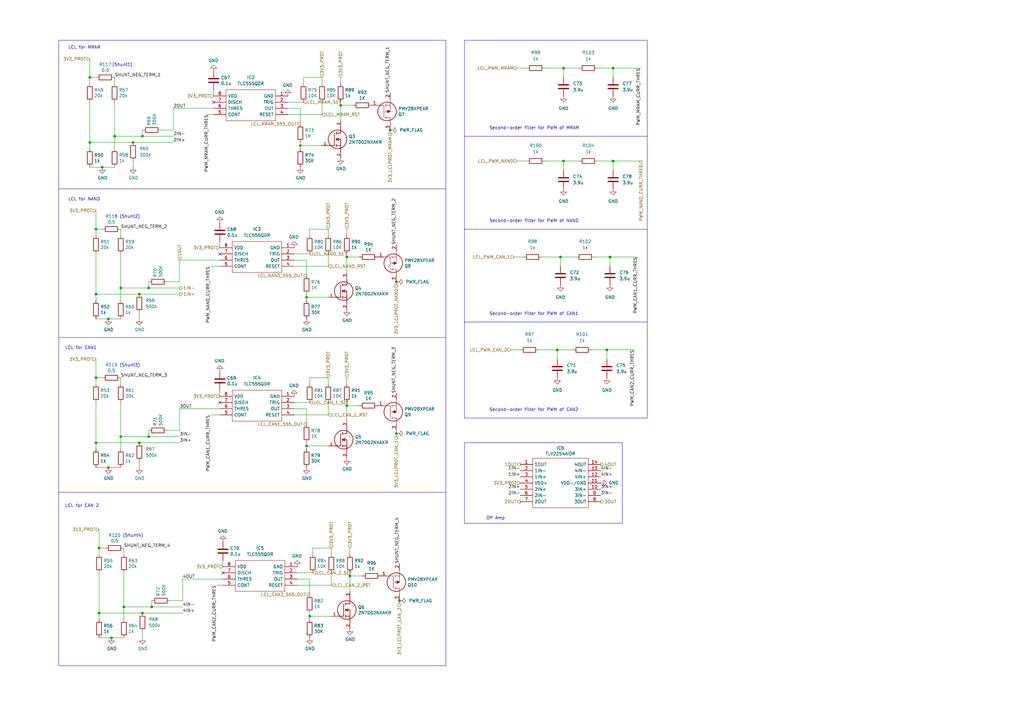
<source format=kicad_sch>
(kicad_sch (version 20230121) (generator eeschema)
  (paper "A3")
  (junction (at 162.56 177.8))
  (junction (at 39.37 154.94))
  (junction (at 123.19 59.69))
  (junction (at 60.96 118.11))
  (junction (at 57.15 181.61))
  (junction (at 39.37 181.61))
  (junction (at 143.51 236.22))
  (junction (at 251.46 66.04))
  (junction (at 250.19 105.41))
  (junction (at 44.45 130.81))
  (junction (at 39.37 93.98))
  (junction (at 228.6 143.51))
  (junction (at 248.92 143.51))
  (junction (at 58.42 55.88))
  (junction (at 139.7 43.18))
  (junction (at 54.61 58.42))
  (junction (at 231.14 27.94))
  (junction (at 40.64 251.46))
  (junction (at 60.96 179.07))
  (junction (at 142.24 105.41))
  (junction (at 125.73 121.92))
  (junction (at 162.56 115.57))
  (junction (at 40.64 224.79))
  (junction (at 229.87 105.41))
  (junction (at 231.14 66.04))
  (junction (at 58.42 251.46))
  (junction (at 142.24 166.37))
  (junction (at 49.53 118.11))
  (junction (at 50.8 248.92))
  (junction (at 125.73 182.88))
  (junction (at 46.99 55.88))
  (junction (at 160.02 53.34))
  (junction (at 163.83 246.38))
  (junction (at 36.83 58.42))
  (junction (at 39.37 120.65))
  (junction (at 36.83 31.75))
  (junction (at 127 252.73))
  (junction (at 44.45 191.77))
  (junction (at 49.53 179.07))
  (junction (at 45.72 261.62))
  (junction (at 41.91 68.58))
  (junction (at 62.23 248.92))
  (junction (at 251.46 27.94))
  (junction (at 57.15 120.65))
  (no_connect (at 87.63 41.91))
  (no_connect (at 90.17 165.1))
  (no_connect (at 90.17 104.14))
  (no_connect (at 91.44 234.95))
  (polyline (pts (xy 265.43 171.45) (xy 265.43 132.08)))
  (wire (pts (xy 162.56 177.8) (xy 162.56 176.53)))
  (wire (pts (xy 125.73 182.88) (xy 125.73 184.15)))
  (wire (pts (xy 142.24 157.48) (xy 142.24 154.94)))
  (wire (pts (xy 245.11 66.04) (xy 251.46 66.04)))
  (wire (pts (xy 36.83 41.91) (xy 36.83 58.42)))
  (wire (pts (xy 68.58 115.57) (xy 73.66 115.57)))
  (wire (pts (xy 142.24 105.41) (xy 147.32 105.41)))
  (wire (pts (xy 120.65 167.64) (xy 125.73 167.64)))
  (wire (pts (xy 124.46 31.75) (xy 132.08 31.75)))
  (wire (pts (xy 39.37 120.65) (xy 57.15 120.65)))
  (wire (pts (xy 86.36 109.22) (xy 90.17 109.22)))
  (wire (pts (xy 220.98 143.51) (xy 228.6 143.51)))
  (wire (pts (xy 88.9 240.03) (xy 91.44 240.03)))
  (wire (pts (xy 66.04 53.34) (xy 71.12 53.34)))
  (wire (pts (xy 40.64 251.46) (xy 58.42 251.46)))
  (wire (pts (xy 40.64 251.46) (xy 40.64 254)))
  (wire (pts (xy 39.37 154.94) (xy 41.91 154.94)))
  (wire (pts (xy 85.09 46.99) (xy 87.63 46.99)))
  (polyline (pts (xy 190.5 181.61) (xy 190.5 214.63)))
  (polyline (pts (xy 190.5 55.88) (xy 265.43 55.88)))
  (wire (pts (xy 90.17 160.02) (xy 90.17 162.56)))
  (wire (pts (xy 69.85 246.38) (xy 74.93 246.38)))
  (wire (pts (xy 120.65 170.18) (xy 134.62 170.18)))
  (wire (pts (xy 134.62 170.18) (xy 134.62 165.1)))
  (wire (pts (xy 228.6 143.51) (xy 228.6 147.32)))
  (wire (pts (xy 49.53 104.14) (xy 49.53 118.11)))
  (polyline (pts (xy 24.13 16.51) (xy 24.13 273.05)))
  (wire (pts (xy 120.65 165.1) (xy 127 165.1)))
  (wire (pts (xy 231.14 27.94) (xy 237.49 27.94)))
  (polyline (pts (xy 190.5 16.51) (xy 265.43 16.51)))
  (polyline (pts (xy 24.13 201.93) (xy 182.88 201.93)))
  (wire (pts (xy 36.83 24.13) (xy 36.83 31.75)))
  (wire (pts (xy 90.17 106.68) (xy 73.66 106.68)))
  (wire (pts (xy 123.19 58.42) (xy 123.19 59.69)))
  (wire (pts (xy 50.8 248.92) (xy 50.8 254)))
  (wire (pts (xy 36.83 31.75) (xy 39.37 31.75)))
  (polyline (pts (xy 265.43 55.88) (xy 265.43 16.51)))
  (wire (pts (xy 120.65 104.14) (xy 127 104.14)))
  (wire (pts (xy 60.96 118.11) (xy 73.66 118.11)))
  (wire (pts (xy 143.51 236.22) (xy 148.59 236.22)))
  (wire (pts (xy 134.62 109.22) (xy 134.62 104.14)))
  (wire (pts (xy 132.08 31.75) (xy 132.08 34.29)))
  (wire (pts (xy 127 154.94) (xy 134.62 154.94)))
  (wire (pts (xy 36.83 58.42) (xy 54.61 58.42)))
  (polyline (pts (xy 182.88 273.05) (xy 24.13 273.05)))
  (wire (pts (xy 250.19 105.41) (xy 250.19 109.22)))
  (wire (pts (xy 57.15 120.65) (xy 73.66 120.65)))
  (wire (pts (xy 223.52 66.04) (xy 231.14 66.04)))
  (polyline (pts (xy 190.5 93.98) (xy 265.43 93.98)))
  (polyline (pts (xy 24.13 138.43) (xy 182.88 138.43)))
  (wire (pts (xy 39.37 147.32) (xy 39.37 154.94)))
  (polyline (pts (xy 24.13 77.47) (xy 182.88 77.47)))
  (wire (pts (xy 60.96 179.07) (xy 73.66 179.07)))
  (wire (pts (xy 39.37 104.14) (xy 39.37 120.65)))
  (wire (pts (xy 143.51 227.33) (xy 143.51 224.79)))
  (polyline (pts (xy 265.43 93.98) (xy 265.43 55.88)))
  (polyline (pts (xy 190.5 93.98) (xy 190.5 132.08)))
  (wire (pts (xy 58.42 53.34) (xy 58.42 55.88)))
  (wire (pts (xy 223.52 27.94) (xy 231.14 27.94)))
  (wire (pts (xy 49.53 118.11) (xy 49.53 123.19)))
  (wire (pts (xy 46.99 55.88) (xy 46.99 60.96)))
  (wire (pts (xy 118.11 46.99) (xy 132.08 46.99)))
  (wire (pts (xy 132.08 46.99) (xy 132.08 41.91)))
  (wire (pts (xy 73.66 106.68) (xy 73.66 115.57)))
  (wire (pts (xy 251.46 27.94) (xy 262.89 27.94)))
  (wire (pts (xy 60.96 176.53) (xy 60.96 179.07)))
  (wire (pts (xy 62.23 246.38) (xy 62.23 248.92)))
  (wire (pts (xy 229.87 105.41) (xy 236.22 105.41)))
  (wire (pts (xy 243.84 105.41) (xy 250.19 105.41)))
  (wire (pts (xy 39.37 130.81) (xy 44.45 130.81)))
  (wire (pts (xy 139.7 49.53) (xy 139.7 43.18)))
  (wire (pts (xy 40.64 224.79) (xy 43.18 224.79)))
  (wire (pts (xy 58.42 261.62) (xy 58.42 259.08)))
  (wire (pts (xy 39.37 154.94) (xy 39.37 157.48)))
  (polyline (pts (xy 255.27 181.61) (xy 255.27 214.63)))
  (wire (pts (xy 142.24 111.76) (xy 142.24 105.41)))
  (wire (pts (xy 50.8 224.79) (xy 50.8 227.33)))
  (wire (pts (xy 39.37 86.36) (xy 39.37 93.98)))
  (wire (pts (xy 162.56 179.07) (xy 162.56 177.8)))
  (wire (pts (xy 125.73 121.92) (xy 125.73 123.19)))
  (wire (pts (xy 57.15 181.61) (xy 73.66 181.61)))
  (wire (pts (xy 90.17 167.64) (xy 73.66 167.64)))
  (polyline (pts (xy 182.88 16.51) (xy 182.88 273.05)))
  (wire (pts (xy 71.12 44.45) (xy 71.12 53.34)))
  (wire (pts (xy 127 96.52) (xy 127 93.98)))
  (polyline (pts (xy 190.5 214.63) (xy 255.27 214.63)))
  (wire (pts (xy 74.93 237.49) (xy 74.93 246.38)))
  (wire (pts (xy 142.24 172.72) (xy 142.24 166.37)))
  (wire (pts (xy 139.7 43.18) (xy 139.7 41.91)))
  (wire (pts (xy 125.73 167.64) (xy 125.73 173.99)))
  (wire (pts (xy 125.73 182.88) (xy 134.62 182.88)))
  (wire (pts (xy 251.46 27.94) (xy 251.46 31.75)))
  (wire (pts (xy 162.56 116.84) (xy 162.56 115.57)))
  (wire (pts (xy 143.51 242.57) (xy 143.51 236.22)))
  (wire (pts (xy 121.92 234.95) (xy 128.27 234.95)))
  (wire (pts (xy 49.53 179.07) (xy 60.96 179.07)))
  (wire (pts (xy 127 251.46) (xy 127 252.73)))
  (wire (pts (xy 54.61 58.42) (xy 71.12 58.42)))
  (wire (pts (xy 58.42 251.46) (xy 74.93 251.46)))
  (wire (pts (xy 40.64 234.95) (xy 40.64 251.46)))
  (wire (pts (xy 143.51 236.22) (xy 143.51 234.95)))
  (wire (pts (xy 212.09 66.04) (xy 215.9 66.04)))
  (wire (pts (xy 49.53 179.07) (xy 49.53 184.15)))
  (wire (pts (xy 49.53 154.94) (xy 49.53 157.48)))
  (wire (pts (xy 40.64 224.79) (xy 40.64 227.33)))
  (wire (pts (xy 40.64 217.17) (xy 40.64 224.79)))
  (wire (pts (xy 73.66 167.64) (xy 73.66 176.53)))
  (wire (pts (xy 163.83 247.65) (xy 163.83 246.38)))
  (wire (pts (xy 160.02 54.61) (xy 160.02 53.34)))
  (wire (pts (xy 139.7 34.29) (xy 139.7 31.75)))
  (polyline (pts (xy 182.88 16.51) (xy 24.13 16.51)))
  (wire (pts (xy 231.14 66.04) (xy 231.14 69.85)))
  (wire (pts (xy 231.14 66.04) (xy 237.49 66.04)))
  (wire (pts (xy 124.46 34.29) (xy 124.46 31.75)))
  (wire (pts (xy 91.44 237.49) (xy 74.93 237.49)))
  (wire (pts (xy 39.37 191.77) (xy 44.45 191.77)))
  (wire (pts (xy 36.83 68.58) (xy 41.91 68.58)))
  (wire (pts (xy 87.63 44.45) (xy 71.12 44.45)))
  (wire (pts (xy 54.61 68.58) (xy 54.61 66.04)))
  (wire (pts (xy 229.87 105.41) (xy 229.87 109.22)))
  (wire (pts (xy 45.72 261.62) (xy 50.8 261.62)))
  (wire (pts (xy 118.11 41.91) (xy 124.46 41.91)))
  (wire (pts (xy 222.25 105.41) (xy 229.87 105.41)))
  (wire (pts (xy 123.19 44.45) (xy 123.19 50.8)))
  (polyline (pts (xy 190.5 132.08) (xy 190.5 171.45)))
  (wire (pts (xy 120.65 109.22) (xy 134.62 109.22)))
  (wire (pts (xy 62.23 248.92) (xy 74.93 248.92)))
  (wire (pts (xy 127 252.73) (xy 135.89 252.73)))
  (wire (pts (xy 139.7 43.18) (xy 144.78 43.18)))
  (wire (pts (xy 49.53 93.98) (xy 49.53 96.52)))
  (polyline (pts (xy 190.5 132.08) (xy 265.43 132.08)))
  (wire (pts (xy 231.14 27.94) (xy 231.14 31.75)))
  (wire (pts (xy 118.11 44.45) (xy 123.19 44.45)))
  (wire (pts (xy 135.89 240.03) (xy 135.89 234.95)))
  (wire (pts (xy 39.37 93.98) (xy 39.37 96.52)))
  (wire (pts (xy 242.57 143.51) (xy 248.92 143.51)))
  (wire (pts (xy 39.37 93.98) (xy 41.91 93.98)))
  (wire (pts (xy 123.19 59.69) (xy 123.19 60.96)))
  (wire (pts (xy 210.82 105.41) (xy 214.63 105.41)))
  (polyline (pts (xy 190.5 16.51) (xy 190.5 55.88)))
  (wire (pts (xy 41.91 68.58) (xy 46.99 68.58)))
  (polyline (pts (xy 190.5 171.45) (xy 265.43 171.45)))
  (wire (pts (xy 39.37 181.61) (xy 57.15 181.61)))
  (wire (pts (xy 36.83 31.75) (xy 36.83 34.29)))
  (wire (pts (xy 44.45 191.77) (xy 49.53 191.77)))
  (wire (pts (xy 91.44 229.87) (xy 91.44 232.41)))
  (wire (pts (xy 86.36 170.18) (xy 90.17 170.18)))
  (wire (pts (xy 248.92 143.51) (xy 260.35 143.51)))
  (wire (pts (xy 125.73 106.68) (xy 125.73 113.03)))
  (wire (pts (xy 49.53 118.11) (xy 60.96 118.11)))
  (wire (pts (xy 90.17 99.06) (xy 90.17 101.6)))
  (wire (pts (xy 50.8 248.92) (xy 62.23 248.92)))
  (wire (pts (xy 50.8 234.95) (xy 50.8 248.92)))
  (wire (pts (xy 128.27 224.79) (xy 135.89 224.79)))
  (wire (pts (xy 123.19 59.69) (xy 132.08 59.69)))
  (wire (pts (xy 120.65 106.68) (xy 125.73 106.68)))
  (wire (pts (xy 87.63 36.83) (xy 87.63 39.37)))
  (wire (pts (xy 125.73 120.65) (xy 125.73 121.92)))
  (wire (pts (xy 128.27 227.33) (xy 128.27 224.79)))
  (wire (pts (xy 46.99 41.91) (xy 46.99 55.88)))
  (wire (pts (xy 127 237.49) (xy 127 243.84)))
  (wire (pts (xy 121.92 240.03) (xy 135.89 240.03)))
  (wire (pts (xy 60.96 115.57) (xy 60.96 118.11)))
  (wire (pts (xy 142.24 96.52) (xy 142.24 93.98)))
  (wire (pts (xy 46.99 31.75) (xy 46.99 34.29)))
  (wire (pts (xy 125.73 181.61) (xy 125.73 182.88)))
  (wire (pts (xy 39.37 181.61) (xy 39.37 184.15)))
  (polyline (pts (xy 190.5 55.88) (xy 190.5 93.98)))
  (wire (pts (xy 209.55 143.51) (xy 213.36 143.51)))
  (wire (pts (xy 57.15 191.77) (xy 57.15 189.23)))
  (wire (pts (xy 142.24 166.37) (xy 147.32 166.37)))
  (wire (pts (xy 127 93.98) (xy 134.62 93.98)))
  (wire (pts (xy 39.37 165.1) (xy 39.37 181.61)))
  (wire (pts (xy 142.24 166.37) (xy 142.24 165.1)))
  (wire (pts (xy 49.53 165.1) (xy 49.53 179.07)))
  (wire (pts (xy 57.15 130.81) (xy 57.15 128.27)))
  (wire (pts (xy 68.58 176.53) (xy 73.66 176.53)))
  (wire (pts (xy 40.64 261.62) (xy 45.72 261.62)))
  (wire (pts (xy 250.19 105.41) (xy 261.62 105.41)))
  (polyline (pts (xy 190.5 181.61) (xy 255.27 181.61)))
  (wire (pts (xy 127 252.73) (xy 127 254)))
  (wire (pts (xy 228.6 143.51) (xy 234.95 143.51)))
  (wire (pts (xy 135.89 224.79) (xy 135.89 227.33)))
  (wire (pts (xy 36.83 58.42) (xy 36.83 60.96)))
  (wire (pts (xy 127 157.48) (xy 127 154.94)))
  (wire (pts (xy 46.99 55.88) (xy 58.42 55.88)))
  (wire (pts (xy 212.09 27.94) (xy 215.9 27.94)))
  (wire (pts (xy 251.46 66.04) (xy 262.89 66.04)))
  (wire (pts (xy 125.73 121.92) (xy 134.62 121.92)))
  (wire (pts (xy 251.46 66.04) (xy 251.46 69.85)))
  (wire (pts (xy 142.24 105.41) (xy 142.24 104.14)))
  (wire (pts (xy 121.92 237.49) (xy 127 237.49)))
  (wire (pts (xy 44.45 130.81) (xy 49.53 130.81)))
  (wire (pts (xy 39.37 120.65) (xy 39.37 123.19)))
  (wire (pts (xy 245.11 27.94) (xy 251.46 27.94)))
  (wire (pts (xy 134.62 93.98) (xy 134.62 96.52)))
  (wire (pts (xy 134.62 154.94) (xy 134.62 157.48)))
  (polyline (pts (xy 265.43 132.08) (xy 265.43 93.98)))
  (wire (pts (xy 58.42 55.88) (xy 71.12 55.88)))
  (wire (pts (xy 248.92 143.51) (xy 248.92 147.32)))
  (text "Second-order filter for PWM of NAND\n" (at 200.66 91.44 0) (effects (font (size 1.27 1.27)) (justify left bottom)))
  (text "OP Amp" (at 199.39 213.36 0) (effects (font (size 1.27 1.27)) (justify left bottom)))
  (text "Second-order filter for PWM of MRAM\n" (at 200.66 53.34 0) (effects (font (size 1.27 1.27)) (justify left bottom)))
  (text "(Shunt3)" (at 49.022 150.622 0) (effects (font (size 1.27 1.27)) (justify left bottom)))
  (text "Second-order filter for PWM of CAN2" (at 200.66 168.91 0) (effects (font (size 1.27 1.27)) (justify left bottom)))
  (text "(Shunt4)" (at 50.292 220.472 0) (effects (font (size 1.27 1.27)) (justify left bottom)))
  (text "(Shunt1)" (at 45.974 27.432 0) (effects (font (size 1.27 1.27)) (justify left bottom)))
  (text "LCL for CAN 2" (at 26.67 208.28 0) (effects (font (size 1.27 1.27)) (justify left bottom)))
  (text "(Shunt2)" (at 49.022 89.662 0) (effects (font (size 1.27 1.27)) (justify left bottom)))
  (text "LCL for NAND" (at 27.94 82.55 0) (effects (font (size 1.27 1.27)) (justify left bottom)))
  (text "LCL for MRAM" (at 27.94 20.32 0) (effects (font (size 1.27 1.27)) (justify left bottom)))
  (text "LCL for CAN1" (at 26.67 143.51 0) (effects (font (size 1.27 1.27)) (justify left bottom)))
  (text "Second-order filter for PWM of CAN1" (at 200.66 129.54 0) (effects (font (size 1.27 1.27)) (justify left bottom)))
  (label "3OUT" (at 73.66 167.64 0))
  (label "PWM_CAN1_CURR_THRES" (at 86.36 170.18 270))
  (label "1IN-" (at 213.36 193.04 180))
  (label "3IN+" (at 246.38 200.66 0))
  (label "SHUNT_NEG_TERM_2" (at 49.53 93.98 0))
  (label "SHUNT_NEG_TERM_3" (at 162.56 161.29 90))
  (label "PWM_NAND_CURR_THRES" (at 86.36 109.22 270))
  (label "SHUNT_NEG_TERM_3" (at 49.53 154.94 0))
  (label "2OUT" (at 71.12 44.45 0))
  (label "PWM_MRAM_CURR_THRES" (at 262.89 27.94 270))
  (label "PWM_CAN1_CURR_THRES" (at 261.62 105.41 270))
  (label "PWM_CAN2_CURR_THRES" (at 260.35 143.51 270))
  (label "SHUNT_NEG_TERM_4" (at 163.83 231.14 90))
  (label "2IN+" (at 213.36 200.66 180))
  (label "2IN+" (at 71.12 58.42 0))
  (label "SHUNT_NEG_TERM_2" (at 162.56 100.33 90))
  (label "SHUNT_NEG_TERM_1" (at 160.02 38.1 90))
  (label "PWM_MRAM_CURR_THRES" (at 85.725 46.99 270))
  (label "SHUNT_NEG_TERM_4" (at 50.8 224.79 0))
  (label "2IN-" (at 71.12 55.88 0))
  (label "1IN+" (at 213.36 195.58 180))
  (label "3IN+" (at 73.66 181.61 0))
  (label "4IN+" (at 246.38 195.58 0))
  (label "PWM_CAN2_CURR_THRES" (at 88.9 240.03 270))
  (label "4OUT" (at 74.93 237.49 0))
  (label "SHUNT_NEG_TERM_1" (at 46.99 31.75 0))
  (label "4IN+" (at 74.93 251.46 0))
  (label "4IN-" (at 74.93 248.92 0))
  (label "3IN-" (at 246.38 203.2 0))
  (label "3IN-" (at 73.66 179.07 0))
  (label "4IN-" (at 246.38 193.04 0))
  (label "2IN-" (at 213.36 203.2 180))
  (hierarchical_label "3V3_LCLPROT_MRAM" (shape output) (at 160.02 54.61 270))
  (hierarchical_label "3V3_PROT" (shape input) (at 39.37 147.32 180))
  (hierarchical_label "LCL_MRAM_555_OUT" (shape output) (at 123.19 50.8 180))
  (hierarchical_label "3V3_PROT" (shape input) (at 213.36 198.12 180))
  (hierarchical_label "LCL_PWM_MRAM" (shape input) (at 212.09 27.94 180))
  (hierarchical_label "3V3_PROT" (shape input) (at 87.63 39.37 180))
  (hierarchical_label "LCL_PWM_NAND" (shape input) (at 212.09 66.04 180))
  (hierarchical_label "1IN+" (shape output) (at 73.66 120.65 0))
  (hierarchical_label "3V3_LCLPROT_CAN_2" (shape output) (at 163.83 247.65 270))
  (hierarchical_label "3V3_PROT" (shape input) (at 134.62 93.98 90))
  (hierarchical_label "4OUT" (shape output) (at 246.38 190.5 0))
  (hierarchical_label "LCL_PWM_CAN_2" (shape input) (at 209.55 143.51 180))
  (hierarchical_label "1IN-" (shape output) (at 73.66 118.11 0))
  (hierarchical_label "PWM_NAND_CURR_THRES" (shape output) (at 262.89 66.04 270))
  (hierarchical_label "LCL_NAND_RST" (shape input) (at 134.62 109.22 0))
  (hierarchical_label "3V3_PROT" (shape input) (at 90.17 162.56 180))
  (hierarchical_label "LCL_CAN1_555_OUT" (shape output) (at 125.73 173.99 180))
  (hierarchical_label "3V3_LCLPROT_NAND" (shape output) (at 162.56 116.84 270))
  (hierarchical_label "LCL_CAN_1_RST" (shape input) (at 134.62 170.18 0))
  (hierarchical_label "LCL_PWM_CAN_1" (shape input) (at 210.82 105.41 180))
  (hierarchical_label "3V3_PROT" (shape input) (at 39.37 86.36 180))
  (hierarchical_label "LCL_NAND_SET" (shape input) (at 127 104.14 0))
  (hierarchical_label "LCL_CAN_2_SET" (shape input) (at 128.27 234.95 0))
  (hierarchical_label "1OUT" (shape input) (at 73.66 106.68 90))
  (hierarchical_label "LCL_MRAM_RST" (shape input) (at 132.08 46.99 0))
  (hierarchical_label "3V3_PROT" (shape input) (at 91.44 232.41 180))
  (hierarchical_label "3V3_LCLPROT_CAN_1" (shape output) (at 162.56 179.07 270))
  (hierarchical_label "3V3_PROT" (shape input) (at 142.24 93.98 90))
  (hierarchical_label "3V3_PROT" (shape input) (at 36.83 24.13 180))
  (hierarchical_label "LCL_CAN2_555_OUT" (shape output) (at 127 243.84 180))
  (hierarchical_label "LCL_CAN_2_RST" (shape input) (at 135.89 240.03 0))
  (hierarchical_label "3V3_PROT" (shape input) (at 134.62 154.94 90))
  (hierarchical_label "3V3_PROT" (shape input) (at 143.51 224.79 90))
  (hierarchical_label "3V3_PROT" (shape input) (at 142.24 154.94 90))
  (hierarchical_label "3V3_PROT" (shape input) (at 90.17 101.6 180))
  (hierarchical_label "LCL_MRAM_SET" (shape input) (at 124.46 41.91 0))
  (hierarchical_label "2OUT" (shape output) (at 213.36 205.74 180))
  (hierarchical_label "LCL_NAND_555_OUT" (shape output) (at 125.73 113.03 180))
  (hierarchical_label "3V3_PROT" (shape input) (at 132.08 31.75 90))
  (hierarchical_label "3OUT" (shape output) (at 246.38 205.74 0))
  (hierarchical_label "1OUT" (shape output) (at 213.36 190.5 180))
  (hierarchical_label "LCL_CAN_1_SET" (shape input) (at 127 165.1 0))
  (hierarchical_label "3V3_PROT" (shape input) (at 135.89 224.79 90))
  (hierarchical_label "3V3_PROT" (shape input) (at 139.7 31.75 90))
  (hierarchical_label "3V3_PROT" (shape input) (at 40.64 217.17 180))
  (symbol (lib_id "Device:R") (at 151.13 166.37 270) (unit 1)
    (property "Reference" "R95" (at 151.13 161.1122 90))
    (property "Value" "1K" (at 151.13 163.4236 90))
    (property "Footprint" "Resistor_SMD:R_0603_1608Metric" (effects hide))
  )
  (symbol (lib_id "Device:R") (at 125.73 187.96 0) (unit 1)
    (property "Reference" "R79" (at 127.508 186.7916 0) (effects (justify left)))
    (property "Value" "30K" (at 127.508 189.103 0) (effects (justify left)))
    (property "Footprint" "Resistor_SMD:R_0603_1608Metric" (effects hide))
  )
  (symbol (lib_id "power:PWR_FLAG") (at 162.56 115.57 270) (unit 1)
    (property "Reference" "#FLG0116" (effects hide))
    (property "Value" "PWR_FLAG" (at 166.37 115.5699 90) (effects (justify left)))
  )
  (symbol (lib_id "Device:R") (at 241.3 66.04 270) (unit 1)
    (property "Reference" "R104" (at 241.3 59.69 90))
    (property "Value" "1k" (at 241.3 62.23 90))
    (property "Footprint" "Resistor_SMD:R_0603_1608Metric" (effects hide))
  )
  (symbol (lib_id "Device:R") (at 39.37 161.29 0) (unit 1)
    (property "Reference" "R53" (at 41.148 160.1216 0) (effects (justify left)))
    (property "Value" "20k" (at 41.148 162.433 0) (effects (justify left)))
    (property "Footprint" "Resistor_SMD:R_0603_1608Metric" (effects hide))
  )
  (symbol (lib_id "MISC:2N7002NXAKR") (at 134.62 121.92 0) (unit 1)
    (property "Reference" "Q4" (at 145.542 118.2116 0) (effects (justify left)))
    (property "Value" "2N7002NXAKR" (at 145.542 120.523 0) (effects (justify left)))
    (property "Footprint" "MISC:2N7002NXAKR" (effects hide))
    (property "MANUFACTURER_NAME" "Nexperia" (effects hide))
    (property "HEIGHT" "1.1mm" (effects hide))
    (property "DESCRIPTION" "NEXPERIA - 2N7002NXAKR - MOSFET Transistor, Trench, N Channel, 190 mA, 60 V, 3 ohm, 10 V, 1.6 V" (effects hide))
    (property "MANUFACTURER_PART_NUMBER" "2N7002NXAKR" (effects hide))
    (property "MOUSER_PART_NUMBER" "771-2N7002NXAKR" (effects hide))
    (property "MOUSER_PRICE-STOCK" "https://www.mouser.co.uk/ProductDetail/Nexperia/2N7002NXAKR?qs=%252B6g0mu59x7JoAsZYPFXqhw%3D%3D" (effects hide))
  )
  (symbol (lib_id "Device:C") (at 231.14 35.56 0) (unit 1)
    (property "Reference" "C73" (at 234.95 34.2899 0) (effects (justify left)))
    (property "Value" "3.9u" (at 234.95 36.8299 0) (effects (justify left)))
    (property "Footprint" "Capacitor_SMD:C_0603_1608Metric" (effects hide))
  )
  (symbol (lib_id "power:GND") (at 45.72 261.62 0) (unit 1)
    (property "Reference" "#PWR0197" (effects hide))
    (property "Value" "GND" (at 45.847 266.0142 0))
  )
  (symbol (lib_id "power:GND") (at 231.14 39.37 0) (unit 1)
    (property "Reference" "#PWR0205" (effects hide))
    (property "Value" "GND" (at 231.14 44.45 0))
  )
  (symbol (lib_id "power:GND") (at 118.11 39.37 180) (unit 1)
    (property "Reference" "#PWR0216" (effects hide))
    (property "Value" "GND" (at 117.983 34.9758 0))
  )
  (symbol (lib_id "power:GND") (at 127 261.62 0) (unit 1)
    (property "Reference" "#PWR0202" (effects hide))
    (property "Value" "GND" (at 127.127 266.0142 0))
  )
  (symbol (lib_id "Device:R") (at 135.89 231.14 0) (unit 1)
    (property "Reference" "R88" (at 137.668 229.9716 0) (effects (justify left)))
    (property "Value" "10K" (at 137.668 232.283 0) (effects (justify left)))
    (property "Footprint" "Resistor_SMD:R_0603_1608Metric" (effects hide))
  )
  (symbol (lib_id "Device:R") (at 124.46 38.1 0) (unit 1)
    (property "Reference" "R75" (at 126.238 36.9316 0) (effects (justify left)))
    (property "Value" "10K" (at 126.238 39.243 0) (effects (justify left)))
    (property "Footprint" "Resistor_SMD:R_0603_1608Metric" (effects hide))
  )
  (symbol (lib_id "Device:R") (at 128.27 231.14 0) (unit 1)
    (property "Reference" "R84" (at 130.048 229.9716 0) (effects (justify left)))
    (property "Value" "10K" (at 130.048 232.283 0) (effects (justify left)))
    (property "Footprint" "Resistor_SMD:R_0603_1608Metric" (effects hide))
  )
  (symbol (lib_id "power:GND") (at 125.73 191.77 0) (unit 1)
    (property "Reference" "#PWR0200" (effects hide))
    (property "Value" "GND" (at 125.857 196.1642 0))
  )
  (symbol (lib_id "Device:R") (at 218.44 105.41 270) (unit 1)
    (property "Reference" "R98" (at 218.44 99.06 90))
    (property "Value" "1k" (at 218.44 101.6 90))
    (property "Footprint" "Resistor_SMD:R_0603_1608Metric" (effects hide))
  )
  (symbol (lib_id "power:PWR_FLAG") (at 163.83 246.38 270) (unit 1)
    (property "Reference" "#FLG0114" (effects hide))
    (property "Value" "PWR_FLAG" (at 167.64 246.3799 90) (effects (justify left)))
  )
  (symbol (lib_id "Device:R") (at 46.99 224.79 270) (unit 1)
    (property "Reference" "R120" (at 46.99 219.5322 90))
    (property "Value" "0.5" (at 46.99 221.8436 90))
    (property "Footprint" "Resistor_SMD:R_0603_1608Metric" (effects hide))
  )
  (symbol (lib_id "Device:R") (at 39.37 127 180) (unit 1)
    (property "Reference" "R52" (at 41.148 125.8316 0) (effects (justify right)))
    (property "Value" "1k" (at 41.148 128.143 0) (effects (justify right)))
    (property "Footprint" "Resistor_SMD:R_0603_1608Metric" (effects hide))
  )
  (symbol (lib_id "power:GND") (at 91.44 222.25 180) (unit 1)
    (property "Reference" "#PWR0204" (effects hide))
    (property "Value" "GND" (at 91.313 217.8558 0))
  )
  (symbol (lib_id "Device:R") (at 36.83 64.77 180) (unit 1)
    (property "Reference" "R50" (at 38.608 63.6016 0) (effects (justify right)))
    (property "Value" "1k" (at 38.608 65.913 0) (effects (justify right)))
    (property "Footprint" "Resistor_SMD:R_0603_1608Metric" (effects hide))
  )
  (symbol (lib_id "Device:C") (at 90.17 95.25 0) (unit 1)
    (property "Reference" "C68" (at 93.091 94.0816 0) (effects (justify left)))
    (property "Value" "0.1u" (at 93.091 96.393 0) (effects (justify left)))
    (property "Footprint" "Capacitor_SMD:C_0603_1608Metric" (effects hide))
  )
  (symbol (lib_id "Device:R") (at 152.4 236.22 270) (unit 1)
    (property "Reference" "R96" (at 152.4 230.9622 90))
    (property "Value" "1K" (at 152.4 233.2736 90))
    (property "Footprint" "Resistor_SMD:R_0603_1608Metric" (effects hide))
  )
  (symbol (lib_id "MISC:2N7002NXAKR") (at 135.89 252.73 0) (unit 1)
    (property "Reference" "Q6" (at 146.812 249.0216 0) (effects (justify left)))
    (property "Value" "2N7002NXAKR" (at 146.812 251.333 0) (effects (justify left)))
    (property "Footprint" "MISC:2N7002NXAKR" (effects hide))
    (property "MANUFACTURER_NAME" "Nexperia" (effects hide))
    (property "HEIGHT" "1.1mm" (effects hide))
    (property "DESCRIPTION" "NEXPERIA - 2N7002NXAKR - MOSFET Transistor, Trench, N Channel, 190 mA, 60 V, 3 ohm, 10 V, 1.6 V" (effects hide))
    (property "MANUFACTURER_PART_NUMBER" "2N7002NXAKR" (effects hide))
    (property "MOUSER_PART_NUMBER" "771-2N7002NXAKR" (effects hide))
    (property "MOUSER_PRICE-STOCK" "https://www.mouser.co.uk/ProductDetail/Nexperia/2N7002NXAKR?qs=%252B6g0mu59x7JoAsZYPFXqhw%3D%3D" (effects hide))
  )
  (symbol (lib_id "power:GND") (at 142.24 127 0) (unit 1)
    (property "Reference" "#PWR0215" (effects hide))
    (property "Value" "GND" (at 142.367 131.3942 0))
  )
  (symbol (lib_id "power:GND") (at 44.45 191.77 0) (unit 1)
    (property "Reference" "#PWR0194" (effects hide))
    (property "Value" "GND" (at 44.577 196.1642 0))
  )
  (symbol (lib_id "MISC:2N7002NXAKR") (at 134.62 182.88 0) (unit 1)
    (property "Reference" "Q5" (at 145.542 179.1716 0) (effects (justify left)))
    (property "Value" "2N7002NXAKR" (at 145.542 181.483 0) (effects (justify left)))
    (property "Footprint" "MISC:2N7002NXAKR" (effects hide))
    (property "MANUFACTURER_NAME" "Nexperia" (effects hide))
    (property "HEIGHT" "1.1mm" (effects hide))
    (property "DESCRIPTION" "NEXPERIA - 2N7002NXAKR - MOSFET Transistor, Trench, N Channel, 190 mA, 60 V, 3 ohm, 10 V, 1.6 V" (effects hide))
    (property "MANUFACTURER_PART_NUMBER" "2N7002NXAKR" (effects hide))
    (property "MOUSER_PART_NUMBER" "771-2N7002NXAKR" (effects hide))
    (property "MOUSER_PRICE-STOCK" "https://www.mouser.co.uk/ProductDetail/Nexperia/2N7002NXAKR?qs=%252B6g0mu59x7JoAsZYPFXqhw%3D%3D" (effects hide))
  )
  (symbol (lib_id "power:GND") (at 228.6 154.94 0) (unit 1)
    (property "Reference" "#PWR0209" (effects hide))
    (property "Value" "GND" (at 228.6 160.02 0))
  )
  (symbol (lib_id "Device:R") (at 134.62 100.33 0) (unit 1)
    (property "Reference" "R86" (at 136.398 99.1616 0) (effects (justify left)))
    (property "Value" "10K" (at 136.398 101.473 0) (effects (justify left)))
    (property "Footprint" "Resistor_SMD:R_0603_1608Metric" (effects hide))
  )
  (symbol (lib_id "Device:R") (at 49.53 100.33 180) (unit 1)
    (property "Reference" "R59" (at 51.308 99.1616 0) (effects (justify right)))
    (property "Value" "20k" (at 51.308 101.473 0) (effects (justify right)))
    (property "Footprint" "Resistor_SMD:R_0603_1608Metric" (effects hide))
  )
  (symbol (lib_id "Device:R") (at 134.62 161.29 0) (unit 1)
    (property "Reference" "R87" (at 136.398 160.1216 0) (effects (justify left)))
    (property "Value" "10K" (at 136.398 162.433 0) (effects (justify left)))
    (property "Footprint" "Resistor_SMD:R_0603_1608Metric" (effects hide))
  )
  (symbol (lib_id "Device:C") (at 87.63 33.02 0) (unit 1)
    (property "Reference" "C67" (at 90.551 31.8516 0) (effects (justify left)))
    (property "Value" "0.1u" (at 90.551 34.163 0) (effects (justify left)))
    (property "Footprint" "Capacitor_SMD:C_0603_1608Metric" (effects hide))
  )
  (symbol (lib_id "Device:R") (at 127 257.81 0) (unit 1)
    (property "Reference" "R83" (at 128.778 256.6416 0) (effects (justify left)))
    (property "Value" "30K" (at 128.778 258.953 0) (effects (justify left)))
    (property "Footprint" "Resistor_SMD:R_0603_1608Metric" (effects hide))
  )
  (symbol (lib_id "Device:R") (at 64.77 176.53 270) (unit 1)
    (property "Reference" "R71" (at 63.6016 174.752 0) (effects (justify right)))
    (property "Value" "500K" (at 65.913 174.752 0) (effects (justify right)))
    (property "Footprint" "Resistor_SMD:R_0603_1608Metric" (effects hide))
  )
  (symbol (lib_id "Device:R") (at 238.76 143.51 270) (unit 1)
    (property "Reference" "R101" (at 238.76 137.16 90))
    (property "Value" "1k" (at 238.76 139.7 90))
    (property "Footprint" "Resistor_SMD:R_0603_1608Metric" (effects hide))
  )
  (symbol (lib_id "Device:R") (at 57.15 185.42 0) (unit 1)
    (property "Reference" "R67" (at 59.69 184.1499 0) (effects (justify left)))
    (property "Value" "500k" (at 59.69 186.6899 0) (effects (justify left)))
    (property "Footprint" "Resistor_SMD:R_0603_1608Metric" (effects hide))
  )
  (symbol (lib_id "Device:R") (at 49.53 127 180) (unit 1)
    (property "Reference" "R60" (at 51.308 125.8316 0) (effects (justify right)))
    (property "Value" "1k" (at 51.308 128.143 0) (effects (justify right)))
    (property "Footprint" "Resistor_SMD:R_0603_1608Metric" (effects hide))
  )
  (symbol (lib_id "Device:R") (at 132.08 38.1 0) (unit 1)
    (property "Reference" "R85" (at 133.858 36.9316 0) (effects (justify left)))
    (property "Value" "10K" (at 133.858 39.243 0) (effects (justify left)))
    (property "Footprint" "Resistor_SMD:R_0603_1608Metric" (effects hide))
  )
  (symbol (lib_id "Device:R") (at 62.23 53.34 270) (unit 1)
    (property "Reference" "R69" (at 61.0616 51.562 0) (effects (justify right)))
    (property "Value" "300K" (at 63.373 51.562 0) (effects (justify right)))
    (property "Footprint" "Resistor_SMD:R_0603_1608Metric" (effects hide))
  )
  (symbol (lib_id "Device:R") (at 142.24 100.33 0) (unit 1)
    (property "Reference" "R90" (at 144.018 99.1616 0) (effects (justify left)))
    (property "Value" "1k" (at 144.018 101.473 0) (effects (justify left)))
    (property "Footprint" "Resistor_SMD:R_0603_1608Metric" (effects hide))
  )
  (symbol (lib_id "power:GND") (at 57.15 191.77 0) (unit 1)
    (property "Reference" "#PWR0195" (effects hide))
    (property "Value" "GND" (at 57.277 196.1642 0))
  )
  (symbol (lib_id "power:GND") (at 120.65 162.56 180) (unit 1)
    (property "Reference" "#PWR0203" (effects hide))
    (property "Value" "GND" (at 120.523 158.1658 0))
  )
  (symbol (lib_id "Device:C") (at 251.46 73.66 0) (unit 1)
    (property "Reference" "C78" (at 255.27 72.3899 0) (effects (justify left)))
    (property "Value" "3.9u" (at 255.27 74.9299 0) (effects (justify left)))
    (property "Footprint" "Capacitor_SMD:C_0603_1608Metric" (effects hide))
  )
  (symbol (lib_id "power:GND") (at 54.61 68.58 0) (unit 1)
    (property "Reference" "#PWR0224" (effects hide))
    (property "Value" "GND" (at 54.737 72.9742 0))
  )
  (symbol (lib_id "Device:R") (at 125.73 116.84 0) (unit 1)
    (property "Reference" "R76" (at 127.508 115.6716 0) (effects (justify left)))
    (property "Value" "1K" (at 127.508 117.983 0) (effects (justify left)))
    (property "Footprint" "Resistor_SMD:R_0603_1608Metric" (effects hide))
  )
  (symbol (lib_id "Device:C") (at 91.44 226.06 0) (unit 1)
    (property "Reference" "C70" (at 94.361 224.8916 0) (effects (justify left)))
    (property "Value" "0.1u" (at 94.361 227.203 0) (effects (justify left)))
    (property "Footprint" "Capacitor_SMD:C_0603_1608Metric" (effects hide))
  )
  (symbol (lib_id "power:GND") (at 250.19 116.84 0) (unit 1)
    (property "Reference" "#PWR0207" (effects hide))
    (property "Value" "GND" (at 250.19 121.92 0))
  )
  (symbol (lib_id "MISC:TLC555QDR") (at 121.92 232.41 0) (mirror y) (unit 1)
    (property "Reference" "IC5" (at 106.68 224.79 0))
    (property "Value" "TLC555QDR" (at 106.68 227.33 0))
    (property "Footprint" "MISC:TLC555QDR" (effects hide))
    (property "Datasheet" "http://www.ti.com/lit/gpn/tlc555" (effects hide))
    (property "Description" "2.1-MHz, 250-A, Low-Power Timer" (effects hide))
    (property "Height" "1.75" (effects hide))
    (property "Manufacturer_Name" "Texas Instruments" (effects hide))
    (property "Manufacturer_Part_Number" "TLC555QDR" (effects hide))
    (property "Mouser Part Number" "595-TLC555QDR" (effects hide))
    (property "Mouser Price/Stock" "https://www.mouser.co.uk/ProductDetail/Texas-Instruments/TLC555QDR?qs=gb35HGp1gQKZxmqNHx5p0Q%3D%3D" (effects hide))
    (property "Arrow Part Number" "TLC555QDR" (effects hide))
    (property "Arrow Price/Stock" "https://www.arrow.com/en/products/tlc555qdr/texas-instruments?region=nac" (effects hide))
  )
  (symbol (lib_id "Device:R") (at 40.64 231.14 0) (unit 1)
    (property "Reference" "R55" (at 42.418 229.9716 0) (effects (justify left)))
    (property "Value" "20k" (at 42.418 232.283 0) (effects (justify left)))
    (property "Footprint" "Resistor_SMD:R_0603_1608Metric" (effects hide))
  )
  (symbol (lib_id "MISC:TLC555QDR") (at 120.65 162.56 0) (mirror y) (unit 1)
    (property "Reference" "IC4" (at 105.41 154.94 0))
    (property "Value" "TLC555QDR" (at 105.41 157.48 0))
    (property "Footprint" "MISC:TLC555QDR" (effects hide))
    (property "Datasheet" "http://www.ti.com/lit/gpn/tlc555" (effects hide))
    (property "Description" "2.1-MHz, 250-A, Low-Power Timer" (effects hide))
    (property "Height" "1.75" (effects hide))
    (property "Manufacturer_Name" "Texas Instruments" (effects hide))
    (property "Manufacturer_Part_Number" "TLC555QDR" (effects hide))
    (property "Mouser Part Number" "595-TLC555QDR" (effects hide))
    (property "Mouser Price/Stock" "https://www.mouser.co.uk/ProductDetail/Texas-Instruments/TLC555QDR?qs=gb35HGp1gQKZxmqNHx5p0Q%3D%3D" (effects hide))
    (property "Arrow Part Number" "TLC555QDR" (effects hide))
    (property "Arrow Price/Stock" "https://www.arrow.com/en/products/tlc555qdr/texas-instruments?region=nac" (effects hide))
  )
  (symbol (lib_id "Device:R") (at 123.19 64.77 0) (unit 1)
    (property "Reference" "R74" (at 124.968 63.6016 0) (effects (justify left)))
    (property "Value" "30K" (at 124.968 65.913 0) (effects (justify left)))
    (property "Footprint" "Resistor_SMD:R_0603_1608Metric" (effects hide))
  )
  (symbol (lib_id "power:GND") (at 229.87 116.84 0) (unit 1)
    (property "Reference" "#PWR0208" (effects hide))
    (property "Value" "GND" (at 229.87 121.92 0))
  )
  (symbol (lib_id "Device:R") (at 64.77 115.57 270) (unit 1)
    (property "Reference" "R70" (at 63.6016 113.792 0) (effects (justify right)))
    (property "Value" "500K" (at 65.913 113.792 0) (effects (justify right)))
    (property "Footprint" "Resistor_SMD:R_0603_1608Metric" (effects hide))
  )
  (symbol (lib_id "power:GND") (at 251.46 39.37 0) (unit 1)
    (property "Reference" "#PWR0206" (effects hide))
    (property "Value" "GND" (at 251.46 44.45 0))
  )
  (symbol (lib_id "Device:C") (at 90.17 156.21 0) (unit 1)
    (property "Reference" "C69" (at 93.091 155.0416 0) (effects (justify left)))
    (property "Value" "0.1u" (at 93.091 157.353 0) (effects (justify left)))
    (property "Footprint" "Capacitor_SMD:C_0603_1608Metric" (effects hide))
  )
  (symbol (lib_id "power:GND") (at 246.38 198.12 90) (unit 1)
    (property "Reference" "#PWR0213" (effects hide))
    (property "Value" "GND" (at 249.6312 197.993 90) (effects (justify right)))
  )
  (symbol (lib_id "Device:R") (at 125.73 127 0) (unit 1)
    (property "Reference" "R77" (at 127.508 125.8316 0) (effects (justify left)))
    (property "Value" "30K" (at 127.508 128.143 0) (effects (justify left)))
    (property "Footprint" "Resistor_SMD:R_0603_1608Metric" (effects hide))
  )
  (symbol (lib_id "power:GND") (at 251.46 77.47 0) (unit 1)
    (property "Reference" "#PWR0212" (effects hide))
    (property "Value" "GND" (at 251.46 82.55 0))
  )
  (symbol (lib_id "Device:R") (at 127 100.33 0) (unit 1)
    (property "Reference" "R80" (at 128.778 99.1616 0) (effects (justify left)))
    (property "Value" "10K" (at 128.778 101.473 0) (effects (justify left)))
    (property "Footprint" "Resistor_SMD:R_0603_1608Metric" (effects hide))
  )
  (symbol (lib_id "Device:R") (at 49.53 187.96 180) (unit 1)
    (property "Reference" "R62" (at 51.308 186.7916 0) (effects (justify right)))
    (property "Value" "1k" (at 51.308 189.103 0) (effects (justify right)))
    (property "Footprint" "Resistor_SMD:R_0603_1608Metric" (effects hide))
  )
  (symbol (lib_id "MISC:TLV2254AIDR") (at 213.36 190.5 0) (unit 1)
    (property "Reference" "IC6" (at 229.87 183.769 0))
    (property "Value" "TLV2254AIDR" (at 229.87 186.0804 0))
    (property "Footprint" "MISC:TVL2254AIDR" (effects hide))
    (property "Datasheet" "http://www.ti.com/lit/gpn/TLV2254A" (effects hide))
    (property "Description" "Quad Low-Voltage Rail-To-Rail Operational Amplifier" (effects hide))
    (property "Height" "1.75" (effects hide))
    (property "Manufacturer_Name" "Texas Instruments" (effects hide))
    (property "Manufacturer_Part_Number" "TLV2254AIDR" (effects hide))
    (property "Mouser Part Number" "595-TLV2254AIDR" (effects hide))
    (property "Mouser Price/Stock" "https://www.mouser.co.uk/ProductDetail/Texas-Instruments/TLV2254AIDR?qs=Fg5TsMy7H4tEDlpHSjkW%252BQ%3D%3D" (effects hide))
    (property "Arrow Part Number" "TLV2254AIDR" (effects hide))
    (property "Arrow Price/Stock" "https://www.arrow.com/en/products/tlv2254aidr/texas-instruments" (effects hide))
  )
  (symbol (lib_id "power:PWR_FLAG") (at 162.56 177.8 270) (unit 1)
    (property "Reference" "#FLG0113" (effects hide))
    (property "Value" "PWR_FLAG" (at 166.37 177.7999 90) (effects (justify left)))
  )
  (symbol (lib_id "Device:R") (at 240.03 105.41 270) (unit 1)
    (property "Reference" "R102" (at 240.03 99.06 90))
    (property "Value" "1k" (at 240.03 101.6 90))
    (property "Footprint" "Resistor_SMD:R_0603_1608Metric" (effects hide))
  )
  (symbol (lib_id "power:PWR_FLAG") (at 160.02 53.34 270) (unit 1)
    (property "Reference" "#FLG0115" (effects hide))
    (property "Value" "PWR_FLAG" (at 163.83 53.3399 90) (effects (justify left)))
  )
  (symbol (lib_id "power:GND") (at 231.14 77.47 0) (unit 1)
    (property "Reference" "#PWR0211" (effects hide))
    (property "Value" "GND" (at 231.14 82.55 0))
  )
  (symbol (lib_id "Device:R") (at 139.7 38.1 0) (unit 1)
    (property "Reference" "R89" (at 141.478 36.9316 0) (effects (justify left)))
    (property "Value" "1k" (at 141.478 39.243 0) (effects (justify left)))
    (property "Footprint" "Resistor_SMD:R_0603_1608Metric" (effects hide))
  )
  (symbol (lib_id "Device:R") (at 39.37 187.96 180) (unit 1)
    (property "Reference" "R54" (at 41.148 186.7916 0) (effects (justify right)))
    (property "Value" "1k" (at 41.148 189.103 0) (effects (justify right)))
    (property "Footprint" "Resistor_SMD:R_0603_1608Metric" (effects hide))
  )
  (symbol (lib_id "Device:R") (at 40.64 257.81 180) (unit 1)
    (property "Reference" "R56" (at 42.418 256.6416 0) (effects (justify right)))
    (property "Value" "1k" (at 42.418 258.953 0) (effects (justify right)))
    (property "Footprint" "Resistor_SMD:R_0603_1608Metric" (effects hide))
  )
  (symbol (lib_id "Device:R") (at 36.83 38.1 0) (unit 1)
    (property "Reference" "R49" (at 38.608 36.9316 0) (effects (justify left)))
    (property "Value" "20k" (at 38.608 39.243 0) (effects (justify left)))
    (property "Footprint" "Resistor_SMD:R_0603_1608Metric" (effects hide))
  )
  (symbol (lib_id "power:GND") (at 90.17 152.4 180) (unit 1)
    (property "Reference" "#PWR0222" (effects hide))
    (property "Value" "GND" (at 90.043 148.0058 0))
  )
  (symbol (lib_id "power:GND") (at 121.92 232.41 180) (unit 1)
    (property "Reference" "#PWR0199" (effects hide))
    (property "Value" "GND" (at 121.793 228.0158 0))
  )
  (symbol (lib_id "Device:R") (at 58.42 255.27 0) (unit 1)
    (property "Reference" "R68" (at 60.96 253.9999 0) (effects (justify left)))
    (property "Value" "500k" (at 60.96 256.5399 0) (effects (justify left)))
    (property "Footprint" "Resistor_SMD:R_0603_1608Metric" (effects hide))
  )
  (symbol (lib_id "MISC:PMV28XPEAR") (at 154.94 166.37 0) (mirror x) (unit 1)
    (property "Reference" "Q9" (at 165.862 170.0784 0) (effects (justify left)))
    (property "Value" "PMV28XPEAR" (at 165.862 167.767 0) (effects (justify left)))
    (property "Footprint" "MISC:PMV28XPEAR" (effects hide))
    (property "Datasheet" "https://componentsearchengine.com/Datasheets/2/PMV28XPEAR.pdf" (effects hide))
    (property "Description" "MOSFET MOS DISCRETES" (effects hide))
    (property "Height" "1.1" (effects hide))
    (property "Manufacturer_Name" "Nexperia" (effects hide))
    (property "Manufacturer_Part_Number" "PMV28XPEAR" (effects hide))
    (property "Mouser Part Number" "771-PMV28XPEAR" (effects hide))
    (property "Mouser Price/Stock" "https://www.mouser.co.uk/ProductDetail/Nexperia/PMV28XPEAR?qs=W%2FMpXkg%252BdQ6VcRCVGMTksA%3D%3D" (effects hide))
  )
  (symbol (lib_id "Device:R") (at 46.99 64.77 180) (unit 1)
    (property "Reference" "R58" (at 48.768 63.6016 0) (effects (justify right)))
    (property "Value" "1k" (at 48.768 65.913 0) (effects (justify right)))
    (property "Footprint" "Resistor_SMD:R_0603_1608Metric" (effects hide))
  )
  (symbol (lib_id "power:GND") (at 123.19 68.58 0) (unit 1)
    (property "Reference" "#PWR0218" (effects hide))
    (property "Value" "GND" (at 123.317 72.9742 0))
  )
  (symbol (lib_id "Device:R") (at 219.71 66.04 270) (unit 1)
    (property "Reference" "R100" (at 219.71 59.69 90))
    (property "Value" "1k" (at 219.71 62.23 90))
    (property "Footprint" "Resistor_SMD:R_0603_1608Metric" (effects hide))
  )
  (symbol (lib_id "MISC:PMV28XPEAR") (at 154.94 105.41 0) (mirror x) (unit 1)
    (property "Reference" "Q8" (at 165.862 109.1184 0) (effects (justify left)))
    (property "Value" "PMV28XPEAR" (at 165.862 106.807 0) (effects (justify left)))
    (property "Footprint" "MISC:PMV28XPEAR" (effects hide))
    (property "Datasheet" "https://componentsearchengine.com/Datasheets/2/PMV28XPEAR.pdf" (effects hide))
    (property "Description" "MOSFET MOS DISCRETES" (effects hide))
    (property "Height" "1.1" (effects hide))
    (property "Manufacturer_Name" "Nexperia" (effects hide))
    (property "Manufacturer_Part_Number" "PMV28XPEAR" (effects hide))
    (property "Mouser Part Number" "771-PMV28XPEAR" (effects hide))
    (property "Mouser Price/Stock" "https://www.mouser.co.uk/ProductDetail/Nexperia/PMV28XPEAR?qs=W%2FMpXkg%252BdQ6VcRCVGMTksA%3D%3D" (effects hide))
  )
  (symbol (lib_id "Device:R") (at 57.15 124.46 0) (unit 1)
    (property "Reference" "R66" (at 59.69 123.1899 0) (effects (justify left)))
    (property "Value" "500k" (at 59.69 125.7299 0) (effects (justify left)))
    (property "Footprint" "Resistor_SMD:R_0603_1608Metric" (effects hide))
  )
  (symbol (lib_id "power:GND") (at 44.45 130.81 0) (unit 1)
    (property "Reference" "#PWR0226" (effects hide))
    (property "Value" "GND" (at 44.577 135.2042 0))
  )
  (symbol (lib_id "power:GND") (at 248.92 154.94 0) (unit 1)
    (property "Reference" "#PWR0210" (effects hide))
    (property "Value" "GND" (at 248.92 160.02 0))
  )
  (symbol (lib_id "MISC:PMV28XPEAR") (at 152.4 43.18 0) (mirror x) (unit 1)
    (property "Reference" "Q7" (at 163.322 46.8884 0) (effects (justify left)))
    (property "Value" "PMV28XPEAR" (at 163.322 44.577 0) (effects (justify left)))
    (property "Footprint" "MISC:PMV28XPEAR" (effects hide))
    (property "Datasheet" "https://componentsearchengine.com/Datasheets/2/PMV28XPEAR.pdf" (effects hide))
    (property "Description" "MOSFET MOS DISCRETES" (effects hide))
    (property "Height" "1.1" (effects hide))
    (property "Manufacturer_Name" "Nexperia" (effects hide))
    (property "Manufacturer_Part_Number" "PMV28XPEAR" (effects hide))
    (property "Mouser Part Number" "771-PMV28XPEAR" (effects hide))
    (property "Mouser Price/Stock" "https://www.mouser.co.uk/ProductDetail/Nexperia/PMV28XPEAR?qs=W%2FMpXkg%252BdQ6VcRCVGMTksA%3D%3D" (effects hide))
  )
  (symbol (lib_id "Device:R") (at 45.72 154.94 270) (unit 1)
    (property "Reference" "R119" (at 45.72 149.6822 90))
    (property "Value" "0.5" (at 45.72 151.9936 90))
    (property "Footprint" "Resistor_SMD:R_0603_1608Metric" (effects hide))
  )
  (symbol (lib_id "power:GND") (at 58.42 261.62 0) (unit 1)
    (property "Reference" "#PWR0196" (effects hide))
    (property "Value" "GND" (at 58.547 266.0142 0))
  )
  (symbol (lib_id "Device:R") (at 45.72 93.98 270) (unit 1)
    (property "Reference" "R118" (at 45.72 88.7222 90))
    (property "Value" "0.5" (at 45.72 91.0336 90))
    (property "Footprint" "Resistor_SMD:R_0603_1608Metric" (effects hide))
  )
  (symbol (lib_id "MISC:PMV28XPEAR") (at 156.21 236.22 0) (mirror x) (unit 1)
    (property "Reference" "Q10" (at 167.132 239.9284 0) (effects (justify left)))
    (property "Value" "PMV28XPEAR" (at 167.132 237.617 0) (effects (justify left)))
    (property "Footprint" "MISC:PMV28XPEAR" (effects hide))
    (property "Datasheet" "https://componentsearchengine.com/Datasheets/2/PMV28XPEAR.pdf" (effects hide))
    (property "Description" "MOSFET MOS DISCRETES" (effects hide))
    (property "Height" "1.1" (effects hide))
    (property "Manufacturer_Name" "Nexperia" (effects hide))
    (property "Manufacturer_Part_Number" "PMV28XPEAR" (effects hide))
    (property "Mouser Part Number" "771-PMV28XPEAR" (effects hide))
    (property "Mouser Price/Stock" "https://www.mouser.co.uk/ProductDetail/Nexperia/PMV28XPEAR?qs=W%2FMpXkg%252BdQ6VcRCVGMTksA%3D%3D" (effects hide))
  )
  (symbol (lib_id "Device:R") (at 46.99 38.1 180) (unit 1)
    (property "Reference" "R57" (at 48.768 36.9316 0) (effects (justify right)))
    (property "Value" "20k" (at 48.768 39.243 0) (effects (justify right)))
    (property "Footprint" "Resistor_SMD:R_0603_1608Metric" (effects hide))
  )
  (symbol (lib_id "power:GND") (at 142.24 187.96 0) (unit 1)
    (property "Reference" "#PWR0198" (effects hide))
    (property "Value" "GND" (at 142.367 192.3542 0))
  )
  (symbol (lib_id "Device:C") (at 229.87 113.03 0) (unit 1)
    (property "Reference" "C72" (at 233.68 111.7599 0) (effects (justify left)))
    (property "Value" "3.9u" (at 233.68 114.2999 0) (effects (justify left)))
    (property "Footprint" "Capacitor_SMD:C_0603_1608Metric" (effects hide))
  )
  (symbol (lib_id "Device:C") (at 231.14 73.66 0) (unit 1)
    (property "Reference" "C74" (at 234.95 72.3899 0) (effects (justify left)))
    (property "Value" "3.9u" (at 234.95 74.9299 0) (effects (justify left)))
    (property "Footprint" "Capacitor_SMD:C_0603_1608Metric" (effects hide))
  )
  (symbol (lib_id "Device:R") (at 241.3 27.94 270) (unit 1)
    (property "Reference" "R103" (at 241.3 21.59 90))
    (property "Value" "1k" (at 241.3 24.13 90))
    (property "Footprint" "Resistor_SMD:R_0603_1608Metric" (effects hide))
  )
  (symbol (lib_id "Device:C") (at 250.19 113.03 0) (unit 1)
    (property "Reference" "C76" (at 254 111.7599 0) (effects (justify left)))
    (property "Value" "3.9u" (at 254 114.2999 0) (effects (justify left)))
    (property "Footprint" "Capacitor_SMD:C_0603_1608Metric" (effects hide))
  )
  (symbol (lib_id "power:GND") (at 120.65 101.6 180) (unit 1)
    (property "Reference" "#PWR0217" (effects hide))
    (property "Value" "GND" (at 120.523 97.2058 0))
  )
  (symbol (lib_id "Device:C") (at 251.46 35.56 0) (unit 1)
    (property "Reference" "C77" (at 255.27 34.2899 0) (effects (justify left)))
    (property "Value" "3.9u" (at 255.27 36.8299 0) (effects (justify left)))
    (property "Footprint" "Capacitor_SMD:C_0603_1608Metric" (effects hide))
  )
  (symbol (lib_id "MISC:2N7002NXAKR") (at 132.08 59.69 0) (unit 1)
    (property "Reference" "Q3" (at 143.002 55.9816 0) (effects (justify left)))
    (property "Value" "2N7002NXAKR" (at 143.002 58.293 0) (effects (justify left)))
    (property "Footprint" "MISC:2N7002NXAKR" (effects hide))
    (property "MANUFACTURER_NAME" "Nexperia" (effects hide))
    (property "HEIGHT" "1.1mm" (effects hide))
    (property "DESCRIPTION" "NEXPERIA - 2N7002NXAKR - MOSFET Transistor, Trench, N Channel, 190 mA, 60 V, 3 ohm, 10 V, 1.6 V" (effects hide))
    (property "MANUFACTURER_PART_NUMBER" "2N7002NXAKR" (effects hide))
    (property "MOUSER_PART_NUMBER" "771-2N7002NXAKR" (effects hide))
    (property "MOUSER_PRICE-STOCK" "https://www.mouser.co.uk/ProductDetail/Nexperia/2N7002NXAKR?qs=%252B6g0mu59x7JoAsZYPFXqhw%3D%3D" (effects hide))
  )
  (symbol (lib_id "power:GND") (at 57.15 130.81 0) (unit 1)
    (property "Reference" "#PWR0225" (effects hide))
    (property "Value" "GND" (at 57.277 135.2042 0))
  )
  (symbol (lib_id "Device:R") (at 142.24 161.29 0) (unit 1)
    (property "Reference" "R91" (at 144.018 160.1216 0) (effects (justify left)))
    (property "Value" "1k" (at 144.018 162.433 0) (effects (justify left)))
    (property "Footprint" "Resistor_SMD:R_0603_1608Metric" (effects hide))
  )
  (symbol (lib_id "power:GND") (at 143.51 257.81 0) (unit 1)
    (property "Reference" "#PWR0201" (effects hide))
    (property "Value" "GND" (at 143.637 262.2042 0))
  )
  (symbol (lib_id "Device:R") (at 43.18 31.75 270) (unit 1)
    (property "Reference" "R117" (at 43.18 26.4922 90))
    (property "Value" "0.5" (at 43.18 28.8036 90))
    (property "Footprint" "Resistor_SMD:R_0603_1608Metric" (effects hide))
  )
  (symbol (lib_id "power:GND") (at 87.63 29.21 180) (unit 1)
    (property "Reference" "#PWR0220" (effects hide))
    (property "Value" "GND" (at 87.503 24.8158 0))
  )
  (symbol (lib_id "Device:R") (at 50.8 231.14 180) (unit 1)
    (property "Reference" "R63" (at 52.578 229.9716 0) (effects (justify right)))
    (property "Value" "20k" (at 52.578 232.283 0) (effects (justify right)))
    (property "Footprint" "Resistor_SMD:R_0603_1608Metric" (effects hide))
  )
  (symbol (lib_id "power:GND") (at 125.73 130.81 0) (unit 1)
    (property "Reference" "#PWR0214" (effects hide))
    (property "Value" "GND" (at 125.857 135.2042 0))
  )
  (symbol (lib_id "Device:R") (at 54.61 62.23 0) (unit 1)
    (property "Reference" "R65" (at 57.15 60.9599 0) (effects (justify left)))
    (property "Value" "300k" (at 57.15 63.4999 0) (effects (justify left)))
    (property "Footprint" "Resistor_SMD:R_0603_1608Metric" (effects hide))
  )
  (symbol (lib_id "Device:R") (at 49.53 161.29 180) (unit 1)
    (property "Reference" "R61" (at 51.308 160.1216 0) (effects (justify right)))
    (property "Value" "20k" (at 51.308 162.433 0) (effects (justify right)))
    (property "Footprint" "Resistor_SMD:R_0603_1608Metric" (effects hide))
  )
  (symbol (lib_id "Device:R") (at 151.13 105.41 270) (unit 1)
    (property "Reference" "R94" (at 151.13 100.1522 90))
    (property "Value" "1K" (at 151.13 102.4636 90))
    (property "Footprint" "Resistor_SMD:R_0603_1608Metric" (effects hide))
  )
  (symbol (lib_id "Device:R") (at 127 247.65 0) (unit 1)
    (property "Reference" "R82" (at 128.778 246.4816 0) (effects (justify left)))
    (property "Value" "1K" (at 128.778 248.793 0) (effects (justify left)))
    (property "Footprint" "Resistor_SMD:R_0603_1608Metric" (effects hide))
  )
  (symbol (lib_id "MISC:TLC555QDR") (at 120.65 101.6 0) (mirror y) (unit 1)
    (property "Reference" "IC3" (at 105.41 93.98 0))
    (property "Value" "TLC555QDR" (at 105.41 96.52 0))
    (property "Footprint" "MISC:TLC555QDR" (effects hide))
    (property "Datasheet" "http://www.ti.com/lit/gpn/tlc555" (effects hide))
    (property "Description" "2.1-MHz, 250-A, Low-Power Timer" (effects hide))
    (property "Height" "1.75" (effects hide))
    (property "Manufacturer_Name" "Texas Instruments" (effects hide))
    (property "Manufacturer_Part_Number" "TLC555QDR" (effects hide))
    (property "Mouser Part Number" "595-TLC555QDR" (effects hide))
    (property "Mouser Price/Stock" "https://www.mouser.co.uk/ProductDetail/Texas-Instruments/TLC555QDR?qs=gb35HGp1gQKZxmqNHx5p0Q%3D%3D" (effects hide))
    (property "Arrow Part Number" "TLC555QDR" (effects hide))
    (property "Arrow Price/Stock" "https://www.arrow.com/en/products/tlc555qdr/texas-instruments?region=nac" (effects hide))
  )
  (symbol (lib_id "Device:R") (at 143.51 231.14 0) (unit 1)
    (property "Reference" "R92" (at 145.288 229.9716 0) (effects (justify left)))
    (property "Value" "1k" (at 145.288 232.283 0) (effects (justify left)))
    (property "Footprint" "Resistor_SMD:R_0603_1608Metric" (effects hide))
  )
  (symbol (lib_id "Device:C") (at 248.92 151.13 0) (unit 1)
    (property "Reference" "C75" (at 252.73 149.8599 0) (effects (justify left)))
    (property "Value" "3.9u" (at 252.73 152.3999 0) (effects (justify left)))
    (property "Footprint" "Capacitor_SMD:C_0603_1608Metric" (effects hide))
  )
  (symbol (lib_id "Device:R") (at 39.37 100.33 0) (unit 1)
    (property "Reference" "R51" (at 41.148 99.1616 0) (effects (justify left)))
    (property "Value" "20k" (at 41.148 101.473 0) (effects (justify left)))
    (property "Footprint" "Resistor_SMD:R_0603_1608Metric" (effects hide))
  )
  (symbol (lib_id "Device:R") (at 127 161.29 0) (unit 1)
    (property "Reference" "R81" (at 128.778 160.1216 0) (effects (justify left)))
    (property "Value" "10K" (at 128.778 162.433 0) (effects (justify left)))
    (property "Footprint" "Resistor_SMD:R_0603_1608Metric" (effects hide))
  )
  (symbol (lib_id "Device:R") (at 217.17 143.51 270) (unit 1)
    (property "Reference" "R97" (at 217.17 137.16 90))
    (property "Value" "1k" (at 217.17 139.7 90))
    (property "Footprint" "Resistor_SMD:R_0603_1608Metric" (effects hide))
  )
  (symbol (lib_id "power:GND") (at 90.17 91.44 180) (unit 1)
    (property "Reference" "#PWR0221" (effects hide))
    (property "Value" "GND" (at 90.043 87.0458 0))
  )
  (symbol (lib_id "Device:R") (at 148.59 43.18 270) (unit 1)
    (property "Reference" "R93" (at 148.59 37.9222 90))
    (property "Value" "1K" (at 148.59 40.2336 90))
    (property "Footprint" "Resistor_SMD:R_0603_1608Metric" (effects hide))
  )
  (symbol (lib_id "MISC:TLC555QDR") (at 118.11 39.37 0) (mirror y) (unit 1)
    (property "Reference" "IC2" (at 102.87 31.75 0))
    (property "Value" "TLC555QDR" (at 102.87 34.29 0))
    (property "Footprint" "MISC:TLC555QDR" (effects hide))
    (property "Datasheet" "http://www.ti.com/lit/gpn/tlc555" (effects hide))
    (property "Description" "2.1-MHz, 250-A, Low-Power Timer" (effects hide))
    (property "Height" "1.75" (effects hide))
    (property "Manufacturer_Name" "Texas Instruments" (effects hide))
    (property "Manufacturer_Part_Number" "TLC555QDR" (effects hide))
    (property "Mouser Part Number" "595-TLC555QDR" (effects hide))
    (property "Mouser Price/Stock" "https://www.mouser.co.uk/ProductDetail/Texas-Instruments/TLC555QDR?qs=gb35HGp1gQKZxmqNHx5p0Q%3D%3D" (effects hide))
    (property "Arrow Part Number" "TLC555QDR" (effects hide))
    (property "Arrow Price/Stock" "https://www.arrow.com/en/products/tlc555qdr/texas-instruments?region=nac" (effects hide))
  )
  (symbol (lib_id "Device:R") (at 219.71 27.94 270) (unit 1)
    (property "Reference" "R99" (at 219.71 21.59 90))
    (property "Value" "1k" (at 219.71 24.13 90))
    (property "Footprint" "Resistor_SMD:R_0603_1608Metric" (effects hide))
  )
  (symbol (lib_id "Device:R") (at 123.19 54.61 0) (unit 1)
    (property "Reference" "R73" (at 124.968 53.4416 0) (effects (justify left)))
    (property "Value" "1K" (at 124.968 55.753 0) (effects (justify left)))
    (property "Footprint" "Resistor_SMD:R_0603_1608Metric" (effects hide))
  )
  (symbol (lib_id "Device:R") (at 50.8 257.81 180) (unit 1)
    (property "Reference" "R64" (at 52.578 256.6416 0) (effects (justify right)))
    (property "Value" "1k" (at 52.578 258.953 0) (effects (justify right)))
    (property "Footprint" "Resistor_SMD:R_0603_1608Metric" (effects hide))
  )
  (symbol (lib_id "power:GND") (at 139.7 64.77 0) (unit 1)
    (property "Reference" "#PWR0219" (effects hide))
    (property "Value" "GND" (at 139.827 69.1642 0))
  )
  (symbol (lib_id "Device:R") (at 66.04 246.38 270) (unit 1)
    (property "Reference" "R72" (at 64.8716 244.602 0) (effects (justify right)))
    (property "Value" "500K" (at 67.183 244.602 0) (effects (justify right)))
    (property "Footprint" "Resistor_SMD:R_0603_1608Metric" (effects hide))
  )
  (symbol (lib_id "power:GND") (at 41.91 68.58 0) (unit 1)
    (property "Reference" "#PWR0223" (effects hide))
    (property "Value" "GND" (at 42.037 72.9742 0))
  )
  (symbol (lib_id "Device:C") (at 228.6 151.13 0) (unit 1)
    (property "Reference" "C71" (at 232.41 149.8599 0) (effects (justify left)))
    (property "Value" "3.9u" (at 232.41 152.3999 0) (effects (justify left)))
    (property "Footprint" "Capacitor_SMD:C_0603_1608Metric" (effects hide))
  )
  (symbol (lib_id "Device:R") (at 125.73 177.8 0) (unit 1)
    (property "Reference" "R78" (at 127.508 176.6316 0) (effects (justify left)))
    (property "Value" "1K" (at 127.508 178.943 0) (effects (justify left)))
    (property "Footprint" "Resistor_SMD:R_0603_1608Metric" (effects hide))
  )
)
</source>
